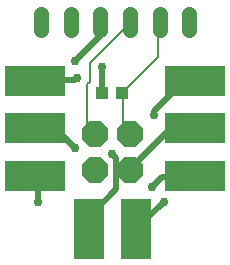
<source format=gbr>
G04 EAGLE Gerber X2 export*
%TF.Part,Single*%
%TF.FileFunction,Copper,L1,Top,Mixed*%
%TF.FilePolarity,Positive*%
%TF.GenerationSoftware,Autodesk,EAGLE,9.1.0*%
%TF.CreationDate,2018-11-28T00:37:37Z*%
G75*
%MOMM*%
%FSLAX34Y34*%
%LPD*%
%AMOC8*
5,1,8,0,0,1.08239X$1,22.5*%
G01*
%ADD10C,1.308000*%
%ADD11R,1.000000X1.100000*%
%ADD12R,2.540000X5.080000*%
%ADD13R,5.080000X2.540000*%
%ADD14P,2.336880X8X22.500000*%
%ADD15C,0.500000*%
%ADD16C,0.756400*%
%ADD17C,0.200000*%


D10*
X45000Y208460D02*
X45000Y221540D01*
X70000Y221540D02*
X70000Y208460D01*
X95000Y208460D02*
X95000Y221540D01*
X120000Y221540D02*
X120000Y208460D01*
X145000Y208460D02*
X145000Y221540D01*
X170000Y221540D02*
X170000Y208460D01*
D11*
X96500Y155000D03*
X113500Y155000D03*
D12*
X125000Y40000D03*
X85000Y40000D03*
D13*
X175000Y165000D03*
X175000Y125000D03*
X175000Y85000D03*
X40000Y165000D03*
X40000Y125000D03*
X40000Y85000D03*
D14*
X90000Y120000D03*
X120000Y120000D03*
X90000Y90000D03*
X120000Y90000D03*
D15*
X57750Y124250D02*
X40250Y124250D01*
X57750Y124250D02*
X73500Y108500D01*
X40250Y124250D02*
X40000Y125000D01*
X105000Y103250D02*
X108500Y99750D01*
X108500Y73500D01*
X85750Y50750D01*
X85750Y40250D01*
X85000Y40000D01*
X154000Y124250D02*
X175000Y124250D01*
X154000Y124250D02*
X120750Y91000D01*
X175000Y124250D02*
X175000Y125000D01*
X120750Y91000D02*
X120000Y90000D01*
D16*
X73500Y108500D03*
X105000Y103250D03*
D15*
X96250Y155750D02*
X96250Y176750D01*
X96250Y155750D02*
X96500Y155000D01*
X147000Y84000D02*
X175000Y84000D01*
X147000Y84000D02*
X138250Y75250D01*
X175000Y84000D02*
X175000Y85000D01*
D16*
X96250Y176750D03*
X138250Y75250D03*
D15*
X94500Y203000D02*
X94500Y213500D01*
X94500Y203000D02*
X73500Y182000D01*
X42000Y82250D02*
X42000Y63000D01*
X42000Y82250D02*
X40250Y84000D01*
X94500Y213500D02*
X95000Y215000D01*
X40000Y85000D02*
X40250Y84000D01*
D16*
X73500Y182000D03*
X42000Y63000D03*
D17*
X85750Y180250D02*
X119000Y213500D01*
X85750Y180250D02*
X85750Y164500D01*
X84000Y162750D01*
X84000Y126000D01*
X89250Y120750D01*
X119000Y213500D02*
X120000Y215000D01*
X89250Y120750D02*
X90000Y120000D01*
X113750Y126000D02*
X113750Y154000D01*
X113750Y126000D02*
X119000Y120750D01*
X113750Y154000D02*
X113500Y155000D01*
X119000Y120750D02*
X120000Y120000D01*
X143500Y185500D02*
X143500Y213500D01*
X143500Y185500D02*
X113750Y155750D01*
X143500Y213500D02*
X145000Y215000D01*
X113750Y155750D02*
X113500Y155000D01*
D15*
X148750Y63000D02*
X126000Y40250D01*
X140000Y136500D02*
X140000Y140000D01*
X164500Y164500D01*
X175000Y164500D01*
X126000Y40250D02*
X125000Y40000D01*
X175000Y164500D02*
X175000Y165000D01*
X73500Y166250D02*
X40250Y166250D01*
X73500Y166250D02*
X75250Y168000D01*
X40250Y166250D02*
X40000Y165000D01*
D16*
X148750Y63000D03*
X140000Y136500D03*
X75250Y168000D03*
M02*

</source>
